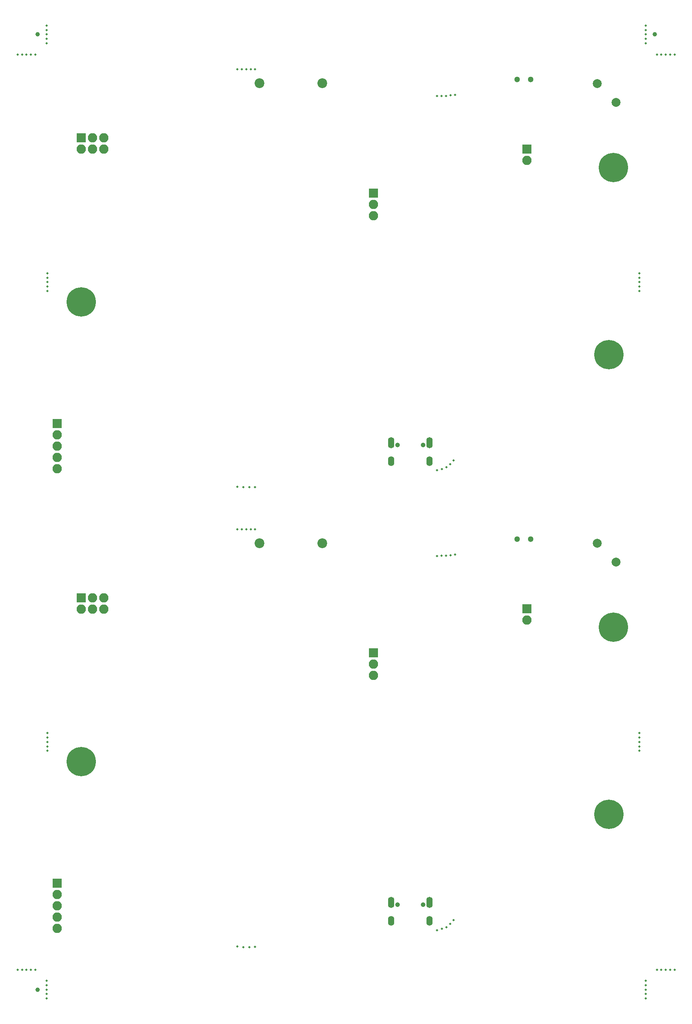
<source format=gbr>
%TF.GenerationSoftware,KiCad,Pcbnew,7.0.1*%
%TF.CreationDate,2023-05-21T16:14:24-05:00*%
%TF.ProjectId,panel,70616e65-6c2e-46b6-9963-61645f706362,rev?*%
%TF.SameCoordinates,Original*%
%TF.FileFunction,Soldermask,Bot*%
%TF.FilePolarity,Negative*%
%FSLAX46Y46*%
G04 Gerber Fmt 4.6, Leading zero omitted, Abs format (unit mm)*
G04 Created by KiCad (PCBNEW 7.0.1) date 2023-05-21 16:14:24*
%MOMM*%
%LPD*%
G01*
G04 APERTURE LIST*
G04 Aperture macros list*
%AMRoundRect*
0 Rectangle with rounded corners*
0 $1 Rounding radius*
0 $2 $3 $4 $5 $6 $7 $8 $9 X,Y pos of 4 corners*
0 Add a 4 corners polygon primitive as box body*
4,1,4,$2,$3,$4,$5,$6,$7,$8,$9,$2,$3,0*
0 Add four circle primitives for the rounded corners*
1,1,$1+$1,$2,$3*
1,1,$1+$1,$4,$5*
1,1,$1+$1,$6,$7*
1,1,$1+$1,$8,$9*
0 Add four rect primitives between the rounded corners*
20,1,$1+$1,$2,$3,$4,$5,0*
20,1,$1+$1,$4,$5,$6,$7,0*
20,1,$1+$1,$6,$7,$8,$9,0*
20,1,$1+$1,$8,$9,$2,$3,0*%
G04 Aperture macros list end*
%ADD10RoundRect,0.200000X-0.850000X-0.850000X0.850000X-0.850000X0.850000X0.850000X-0.850000X0.850000X0*%
%ADD11O,2.100000X2.100000*%
%ADD12C,0.500000*%
%ADD13C,6.600000*%
%ADD14C,1.300000*%
%ADD15RoundRect,0.200000X0.850000X-0.850000X0.850000X0.850000X-0.850000X0.850000X-0.850000X-0.850000X0*%
%ADD16C,1.050000*%
%ADD17O,1.400000X2.500000*%
%ADD18O,1.400000X2.200000*%
%ADD19C,2.000000*%
%ADD20C,1.000000*%
%ADD21C,2.200000*%
G04 APERTURE END LIST*
D10*
%TO.C,J3*%
X154632350Y-58197600D03*
D11*
X154632350Y-60737600D03*
X154632350Y-63277600D03*
%TD*%
D10*
%TO.C,J3*%
X154632350Y-161607200D03*
D11*
X154632350Y-164147200D03*
X154632350Y-166687200D03*
%TD*%
D12*
%TO.C,REF\u002A\u002A*%
X215957350Y-238319200D03*
%TD*%
%TO.C,REF\u002A\u002A*%
X171917674Y-119126015D03*
%TD*%
%TO.C,REF\u002A\u002A*%
X220457350Y-27000000D03*
%TD*%
%TO.C,REF\u002A\u002A*%
X81042650Y-21500000D03*
%TD*%
%TO.C,REF\u002A\u002A*%
X214532640Y-181614980D03*
%TD*%
%TO.C,REF\u002A\u002A*%
X221457350Y-232819200D03*
%TD*%
%TO.C,REF\u002A\u002A*%
X78542650Y-232819200D03*
%TD*%
%TO.C,REF\u002A\u002A*%
X128008501Y-124316884D03*
%TD*%
D13*
%TO.C,J11*%
X88832351Y-82622600D03*
%TD*%
%TO.C,J11*%
X88832351Y-186032200D03*
%TD*%
D12*
%TO.C,REF\u002A\u002A*%
X81042650Y-237319200D03*
%TD*%
%TO.C,REF\u002A\u002A*%
X214532640Y-78205380D03*
%TD*%
%TO.C,REF\u002A\u002A*%
X173006767Y-139502020D03*
%TD*%
D14*
%TO.C,SW11*%
X187032350Y-32622600D03*
X190032350Y-32622600D03*
%TD*%
%TO.C,SW11*%
X187032350Y-136032200D03*
X190032350Y-136032200D03*
%TD*%
D12*
%TO.C,REF\u002A\u002A*%
X78542650Y-27000000D03*
%TD*%
%TO.C,REF\u002A\u002A*%
X74542650Y-232819200D03*
%TD*%
%TO.C,REF\u002A\u002A*%
X126014217Y-133765000D03*
%TD*%
%TO.C,REF\u002A\u002A*%
X214526833Y-179614982D03*
%TD*%
D15*
%TO.C,J13*%
X88832350Y-45782600D03*
D11*
X88832350Y-48322600D03*
X91372350Y-45782600D03*
X91372350Y-48322600D03*
X93912350Y-45782600D03*
X93912350Y-48322600D03*
%TD*%
D15*
%TO.C,J13*%
X88832350Y-149192200D03*
D11*
X88832350Y-151732200D03*
X91372350Y-149192200D03*
X91372350Y-151732200D03*
X93912350Y-149192200D03*
X93912350Y-151732200D03*
%TD*%
D12*
%TO.C,REF\u002A\u002A*%
X81042650Y-235319200D03*
%TD*%
%TO.C,REF\u002A\u002A*%
X81042650Y-20500000D03*
%TD*%
%TO.C,REF\u002A\u002A*%
X172673839Y-221702865D03*
%TD*%
D10*
%TO.C,J7*%
X189232350Y-48247600D03*
D11*
X189232350Y-50787600D03*
%TD*%
D10*
%TO.C,J7*%
X189232350Y-151657200D03*
D11*
X189232350Y-154197200D03*
%TD*%
D12*
%TO.C,REF\u002A\u002A*%
X127014217Y-133765000D03*
%TD*%
%TO.C,REF\u002A\u002A*%
X215957350Y-22500000D03*
%TD*%
%TO.C,REF\u002A\u002A*%
X170037128Y-223646259D03*
%TD*%
%TO.C,REF\u002A\u002A*%
X214526833Y-76205383D03*
%TD*%
%TO.C,REF\u002A\u002A*%
X81268845Y-77204919D03*
%TD*%
%TO.C,REF\u002A\u002A*%
X222457350Y-27000000D03*
%TD*%
%TO.C,REF\u002A\u002A*%
X215957350Y-237319200D03*
%TD*%
%TO.C,REF\u002A\u002A*%
X81269439Y-179614518D03*
%TD*%
%TO.C,REF\u002A\u002A*%
X76542650Y-27000000D03*
%TD*%
%TO.C,REF\u002A\u002A*%
X215957350Y-239319200D03*
%TD*%
%TO.C,REF\u002A\u002A*%
X81267063Y-80204918D03*
%TD*%
D16*
%TO.C,J2*%
X160042350Y-114835100D03*
X165822350Y-114835100D03*
D17*
X158612350Y-114335100D03*
D18*
X158612350Y-118485100D03*
D17*
X167252350Y-114335100D03*
D18*
X167252350Y-118485100D03*
%TD*%
D16*
%TO.C,J2*%
X160042350Y-218244700D03*
X165822350Y-218244700D03*
D17*
X158612350Y-217744700D03*
D18*
X158612350Y-221894700D03*
D17*
X167252350Y-217744700D03*
D18*
X167252350Y-221894700D03*
%TD*%
D12*
%TO.C,REF\u002A\u002A*%
X81042650Y-22500000D03*
%TD*%
%TO.C,REF\u002A\u002A*%
X81268845Y-180614518D03*
%TD*%
%TO.C,REF\u002A\u002A*%
X81042650Y-236319200D03*
%TD*%
%TO.C,REF\u002A\u002A*%
X215957350Y-23500000D03*
%TD*%
%TO.C,REF\u002A\u002A*%
X172006088Y-139623937D03*
%TD*%
%TO.C,REF\u002A\u002A*%
X124042656Y-227639063D03*
%TD*%
%TO.C,REF\u002A\u002A*%
X126014217Y-30355400D03*
%TD*%
%TO.C,REF\u002A\u002A*%
X125014217Y-30355400D03*
%TD*%
%TO.C,REF\u002A\u002A*%
X214538446Y-183614978D03*
%TD*%
%TO.C,REF\u002A\u002A*%
X169995919Y-36347200D03*
%TD*%
%TO.C,REF\u002A\u002A*%
X218457350Y-27000000D03*
%TD*%
%TO.C,REF\u002A\u002A*%
X168951471Y-223939670D03*
%TD*%
%TO.C,REF\u002A\u002A*%
X215957350Y-20500000D03*
%TD*%
%TO.C,REF\u002A\u002A*%
X215957350Y-21500000D03*
%TD*%
%TO.C,REF\u002A\u002A*%
X125014217Y-133765000D03*
%TD*%
%TO.C,REF\u002A\u002A*%
X125360283Y-227768380D03*
%TD*%
%TO.C,REF\u002A\u002A*%
X214535543Y-79205379D03*
%TD*%
%TO.C,REF\u002A\u002A*%
X128014217Y-30355400D03*
%TD*%
%TO.C,REF\u002A\u002A*%
X81268251Y-78204918D03*
%TD*%
%TO.C,REF\u002A\u002A*%
X81268251Y-181614518D03*
%TD*%
%TO.C,REF\u002A\u002A*%
X215957350Y-235319200D03*
%TD*%
%TO.C,REF\u002A\u002A*%
X81267657Y-79204918D03*
%TD*%
%TO.C,REF\u002A\u002A*%
X170037128Y-120236659D03*
%TD*%
%TO.C,REF\u002A\u002A*%
X172006088Y-36214338D03*
%TD*%
%TO.C,REF\u002A\u002A*%
X75542650Y-27000000D03*
%TD*%
%TO.C,REF\u002A\u002A*%
X126684473Y-227763075D03*
%TD*%
%TO.C,REF\u002A\u002A*%
X218457350Y-232819200D03*
%TD*%
D19*
%TO.C,SW9*%
X204994350Y-33517959D03*
X209236991Y-37760600D03*
%TD*%
%TO.C,SW9*%
X204994350Y-136927559D03*
X209236991Y-141170200D03*
%TD*%
D12*
%TO.C,REF\u002A\u002A*%
X171003578Y-36320408D03*
%TD*%
%TO.C,REF\u002A\u002A*%
X222457350Y-232819200D03*
%TD*%
%TO.C,REF\u002A\u002A*%
X76542650Y-232819200D03*
%TD*%
%TO.C,REF\u002A\u002A*%
X77542650Y-232819200D03*
%TD*%
%TO.C,REF\u002A\u002A*%
X81267657Y-182614518D03*
%TD*%
%TO.C,REF\u002A\u002A*%
X214529737Y-77205382D03*
%TD*%
%TO.C,REF\u002A\u002A*%
X171099167Y-119867098D03*
%TD*%
%TO.C,REF\u002A\u002A*%
X128008501Y-227726484D03*
%TD*%
%TO.C,REF\u002A\u002A*%
X81042650Y-238319200D03*
%TD*%
%TO.C,REF\u002A\u002A*%
X81269439Y-76204919D03*
%TD*%
D13*
%TO.C,J9*%
X207632351Y-94522600D03*
%TD*%
%TO.C,J9*%
X207632351Y-197932200D03*
%TD*%
D12*
%TO.C,REF\u002A\u002A*%
X168987913Y-36360338D03*
%TD*%
%TO.C,REF\u002A\u002A*%
X219457350Y-232819200D03*
%TD*%
%TO.C,REF\u002A\u002A*%
X215957350Y-24500000D03*
%TD*%
D13*
%TO.C,J10*%
X208632351Y-52422600D03*
%TD*%
%TO.C,J10*%
X208632351Y-155832200D03*
%TD*%
D12*
%TO.C,REF\u002A\u002A*%
X81042650Y-23500000D03*
%TD*%
%TO.C,REF\u002A\u002A*%
X219457350Y-27000000D03*
%TD*%
%TO.C,REF\u002A\u002A*%
X173006767Y-36092421D03*
%TD*%
%TO.C,REF\u002A\u002A*%
X168987913Y-139769937D03*
%TD*%
%TO.C,REF\u002A\u002A*%
X128014217Y-133765000D03*
%TD*%
%TO.C,REF\u002A\u002A*%
X81042650Y-24500000D03*
%TD*%
%TO.C,REF\u002A\u002A*%
X221457350Y-27000000D03*
%TD*%
%TO.C,REF\u002A\u002A*%
X168951471Y-120530070D03*
%TD*%
%TO.C,REF\u002A\u002A*%
X124042656Y-124229463D03*
%TD*%
%TO.C,REF\u002A\u002A*%
X214529737Y-180614981D03*
%TD*%
%TO.C,REF\u002A\u002A*%
X171003578Y-139730007D03*
%TD*%
%TO.C,REF\u002A\u002A*%
X126684473Y-124353475D03*
%TD*%
%TO.C,REF\u002A\u002A*%
X220457350Y-232819200D03*
%TD*%
%TO.C,REF\u002A\u002A*%
X214535543Y-182614979D03*
%TD*%
%TO.C,REF\u002A\u002A*%
X75542650Y-232819200D03*
%TD*%
%TO.C,REF\u002A\u002A*%
X169995919Y-139756799D03*
%TD*%
D10*
%TO.C,J6*%
X83432350Y-109982600D03*
D11*
X83432350Y-112522600D03*
X83432350Y-115062600D03*
X83432350Y-117602600D03*
X83432350Y-120142600D03*
%TD*%
D10*
%TO.C,J6*%
X83432350Y-213392200D03*
D11*
X83432350Y-215932200D03*
X83432350Y-218472200D03*
X83432350Y-221012200D03*
X83432350Y-223552200D03*
%TD*%
D12*
%TO.C,REF\u002A\u002A*%
X74542650Y-27000000D03*
%TD*%
%TO.C,REF\u002A\u002A*%
X77542650Y-27000000D03*
%TD*%
%TO.C,REF\u002A\u002A*%
X124014217Y-30355400D03*
%TD*%
%TO.C,REF\u002A\u002A*%
X214538446Y-80205378D03*
%TD*%
%TO.C,REF\u002A\u002A*%
X127014217Y-30355400D03*
%TD*%
%TO.C,REF\u002A\u002A*%
X215957350Y-236319200D03*
%TD*%
%TO.C,REF\u002A\u002A*%
X171917674Y-222535615D03*
%TD*%
%TO.C,REF\u002A\u002A*%
X124014217Y-133765000D03*
%TD*%
%TO.C,REF\u002A\u002A*%
X81267063Y-183614518D03*
%TD*%
%TO.C,REF\u002A\u002A*%
X171099167Y-223276698D03*
%TD*%
%TO.C,REF\u002A\u002A*%
X125360283Y-124358780D03*
%TD*%
%TO.C,REF\u002A\u002A*%
X81042650Y-239319200D03*
%TD*%
%TO.C,REF\u002A\u002A*%
X172673839Y-118293265D03*
%TD*%
D20*
%TO.C,REF\u002A\u002A*%
X217957350Y-22500000D03*
%TD*%
D21*
%TO.C,BT1*%
X129032350Y-33497600D03*
X143132350Y-33497600D03*
%TD*%
%TO.C,BT1*%
X129032350Y-136907200D03*
X143132350Y-136907200D03*
%TD*%
D20*
%TO.C,REF\u002A\u002A*%
X79042650Y-22500000D03*
%TD*%
%TO.C,REF\u002A\u002A*%
X79042650Y-237319200D03*
%TD*%
M02*

</source>
